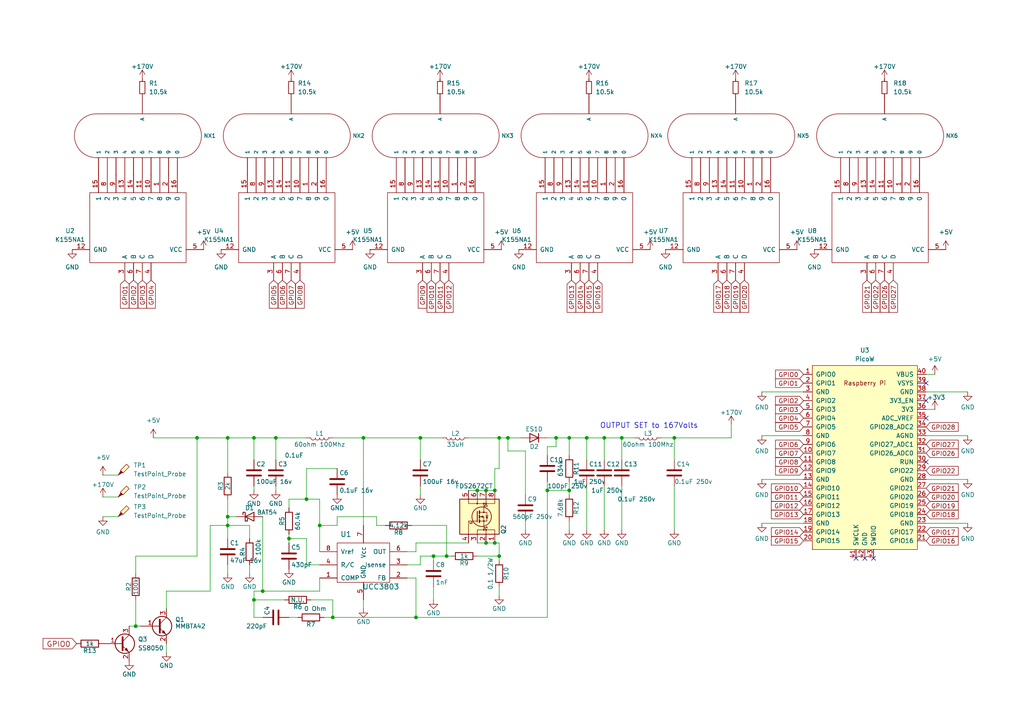
<source format=kicad_sch>
(kicad_sch (version 20241209) (generator "eeschema") (generator_version "8.99")
  (paper "A4")
  (text "OUTPUT SET to 167Volts" (at 173.99 124.46 0) (effects (font (size 1.524 1.524)) (justify left bottom)))
  (junction (at 83.82 156.21))
  (junction (at 143.51 142.24))
  (junction (at 120.65 179.07))
  (junction (at 140.97 157.48))
  (junction (at 88.9 144.78))
  (junction (at 121.92 127))
  (junction (at 147.32 127))
  (junction (at 165.1 142.24))
  (junction (at 143.51 157.48))
  (junction (at 161.29 127))
  (junction (at 125.73 161.29))
  (junction (at 129.54 161.29))
  (junction (at 57.15 127))
  (junction (at 140.97 142.24))
  (junction (at 144.78 127))
  (junction (at 105.41 127))
  (junction (at 144.78 161.29))
  (junction (at 96.52 179.07))
  (junction (at 195.58 127))
  (junction (at 66.04 149.86))
  (junction (at 175.26 127))
  (junction (at 66.04 127))
  (junction (at 73.66 173.99))
  (junction (at 170.18 127))
  (junction (at 66.04 152.4))
  (junction (at 165.1 127))
  (junction (at 80.01 127))
  (junction (at 73.66 127))
  (junction (at 138.43 142.24))
  (junction (at 158.75 142.24))
  (junction (at 180.34 127))
  (junction (at 92.71 152.4))
  (junction (at 76.2 171.45))
  (junction (at 39.37 181.61))
  (no_connect (at 268.605 121.285))
  (no_connect (at 253.365 161.925))
  (no_connect (at 248.285 161.925))
  (no_connect (at 268.605 111.125))
  (no_connect (at 250.825 161.925))
  (no_connect (at 268.605 133.985))
  (no_connect (at 268.605 116.205))
  (wire (pts (xy 80.01 142.24) (xy 80.01 140.97)))
  (wire (pts (xy 125.73 161.29) (xy 125.73 162.56)))
  (wire (pts (xy 138.43 157.48) (xy 140.97 157.48)))
  (wire (pts (xy 165.1 142.24) (xy 165.1 143.51)))
  (wire (pts (xy 158.75 142.24) (xy 158.75 179.07)))
  (wire (pts (xy 191.77 127) (xy 195.58 127)))
  (wire (pts (xy 158.75 179.07) (xy 120.65 179.07)))
  (wire (pts (xy 220.98 151.765) (xy 233.045 151.765)))
  (wire (pts (xy 66.04 144.78) (xy 66.04 149.86)))
  (wire (pts (xy 195.58 127) (xy 195.58 133.35)))
  (wire (pts (xy 152.4 130.81) (xy 152.4 143.51)))
  (wire (pts (xy 135.89 127) (xy 144.78 127)))
  (wire (pts (xy 88.9 135.89) (xy 88.9 144.78)))
  (wire (pts (xy 158.75 129.54) (xy 161.29 129.54)))
  (wire (pts (xy 72.39 166.37) (xy 72.39 163.83)))
  (wire (pts (xy 170.18 133.35) (xy 170.18 127)))
  (wire (pts (xy 143.51 135.89) (xy 144.78 135.89)))
  (wire (pts (xy 147.32 130.81) (xy 152.4 130.81)))
  (wire (pts (xy 80.01 127) (xy 88.9 127)))
  (wire (pts (xy 158.75 139.7) (xy 158.75 142.24)))
  (wire (pts (xy 129.54 161.29) (xy 130.81 161.29)))
  (wire (pts (xy 144.78 157.48) (xy 144.78 161.29)))
  (wire (pts (xy 57.15 127) (xy 66.04 127)))
  (wire (pts (xy 88.9 144.78) (xy 92.71 144.78)))
  (wire (pts (xy 29.845 137.795) (xy 34.29 137.795)))
  (wire (pts (xy 96.52 179.07) (xy 93.98 179.07)))
  (wire (pts (xy 97.79 135.89) (xy 88.9 135.89)))
  (wire (pts (xy 220.98 126.365) (xy 233.045 126.365)))
  (wire (pts (xy 82.55 173.99) (xy 73.66 173.99)))
  (wire (pts (xy 140.97 142.24) (xy 143.51 142.24)))
  (wire (pts (xy 120.65 160.02) (xy 118.11 160.02)))
  (wire (pts (xy 280.67 139.065) (xy 268.605 139.065)))
  (wire (pts (xy 97.79 149.86) (xy 97.79 152.4)))
  (wire (pts (xy 96.52 127) (xy 105.41 127)))
  (wire (pts (xy 271.145 118.745) (xy 268.605 118.745)))
  (wire (pts (xy 121.92 127) (xy 128.27 127)))
  (wire (pts (xy 129.54 152.4) (xy 129.54 161.29)))
  (wire (pts (xy 121.92 133.35) (xy 121.92 127)))
  (wire (pts (xy 143.51 142.24) (xy 143.51 135.89)))
  (wire (pts (xy 147.32 130.81) (xy 147.32 127)))
  (wire (pts (xy 161.29 129.54) (xy 161.29 127)))
  (wire (pts (xy 144.78 161.29) (xy 138.43 161.29)))
  (wire (pts (xy 60.96 152.4) (xy 66.04 152.4)))
  (wire (pts (xy 109.22 152.4) (xy 111.76 152.4)))
  (wire (pts (xy 66.04 137.16) (xy 66.04 127)))
  (wire (pts (xy 165.1 127) (xy 170.18 127)))
  (wire (pts (xy 88.9 163.83) (xy 88.9 156.21)))
  (wire (pts (xy 138.43 142.24) (xy 140.97 142.24)))
  (wire (pts (xy 121.92 140.97) (xy 121.92 143.51)))
  (wire (pts (xy 165.1 151.13) (xy 165.1 153.67)))
  (wire (pts (xy 175.26 140.97) (xy 175.26 153.67)))
  (wire (pts (xy 105.41 127) (xy 105.41 152.4)))
  (wire (pts (xy 220.98 139.065) (xy 233.045 139.065)))
  (wire (pts (xy 83.82 156.21) (xy 83.82 157.48)))
  (wire (pts (xy 158.75 142.24) (xy 165.1 142.24)))
  (wire (pts (xy 83.82 154.94) (xy 83.82 156.21)))
  (wire (pts (xy 97.79 152.4) (xy 92.71 152.4)))
  (wire (pts (xy 271.145 108.585) (xy 268.605 108.585)))
  (wire (pts (xy 83.82 144.78) (xy 88.9 144.78)))
  (wire (pts (xy 144.78 135.89) (xy 144.78 127)))
  (wire (pts (xy 212.09 123.19) (xy 212.09 127)))
  (wire (pts (xy 92.71 144.78) (xy 92.71 152.4)))
  (wire (pts (xy 180.34 140.97) (xy 180.34 153.67)))
  (wire (pts (xy 125.73 173.99) (xy 125.73 170.18)))
  (wire (pts (xy 280.67 113.665) (xy 268.605 113.665)))
  (wire (pts (xy 220.98 113.665) (xy 233.045 113.665)))
  (wire (pts (xy 60.96 171.45) (xy 48.26 171.45)))
  (wire (pts (xy 39.37 161.29) (xy 57.15 161.29)))
  (wire (pts (xy 109.22 149.86) (xy 97.79 149.86)))
  (wire (pts (xy 39.37 181.61) (xy 40.64 181.61)))
  (wire (pts (xy 125.73 161.29) (xy 129.54 161.29)))
  (wire (pts (xy 60.96 152.4) (xy 60.96 171.45)))
  (wire (pts (xy 83.82 144.78) (xy 83.82 147.32)))
  (wire (pts (xy 120.65 167.64) (xy 118.11 167.64)))
  (wire (pts (xy 144.78 127) (xy 147.32 127)))
  (wire (pts (xy 152.4 153.67) (xy 152.4 151.13)))
  (wire (pts (xy 105.41 176.53) (xy 105.41 173.99)))
  (wire (pts (xy 92.71 163.83) (xy 88.9 163.83)))
  (wire (pts (xy 66.04 127) (xy 73.66 127)))
  (wire (pts (xy 180.34 127) (xy 184.15 127)))
  (wire (pts (xy 158.75 132.08) (xy 158.75 129.54)))
  (wire (pts (xy 76.2 171.45) (xy 92.71 171.45)))
  (wire (pts (xy 76.2 149.86) (xy 76.2 171.45)))
  (wire (pts (xy 73.66 179.07) (xy 76.2 179.07)))
  (wire (pts (xy 80.01 133.35) (xy 80.01 127)))
  (wire (pts (xy 88.9 156.21) (xy 83.82 156.21)))
  (wire (pts (xy 140.97 157.48) (xy 143.51 157.48)))
  (wire (pts (xy 44.45 127) (xy 57.15 127)))
  (wire (pts (xy 73.66 171.45) (xy 73.66 173.99)))
  (wire (pts (xy 48.26 171.45) (xy 48.26 176.53)))
  (wire (pts (xy 158.75 127) (xy 161.29 127)))
  (wire (pts (xy 165.1 127) (xy 165.1 132.08)))
  (wire (pts (xy 161.29 127) (xy 165.1 127)))
  (wire (pts (xy 195.58 140.97) (xy 195.58 153.67)))
  (wire (pts (xy 73.66 142.24) (xy 73.66 140.97)))
  (wire (pts (xy 165.1 139.7) (xy 165.1 142.24)))
  (wire (pts (xy 73.66 127) (xy 80.01 127)))
  (wire (pts (xy 147.32 127) (xy 151.13 127)))
  (wire (pts (xy 280.67 151.765) (xy 268.605 151.765)))
  (wire (pts (xy 280.67 126.365) (xy 268.605 126.365)))
  (wire (pts (xy 39.37 166.37) (xy 39.37 161.29)))
  (wire (pts (xy 105.41 127) (xy 121.92 127)))
  (wire (pts (xy 57.15 161.29) (xy 57.15 127)))
  (wire (pts (xy 118.11 163.83) (xy 121.92 163.83)))
  (wire (pts (xy 144.78 172.72) (xy 144.78 170.18)))
  (wire (pts (xy 170.18 127) (xy 175.26 127)))
  (wire (pts (xy 119.38 152.4) (xy 129.54 152.4)))
  (wire (pts (xy 175.26 127) (xy 180.34 127)))
  (wire (pts (xy 73.66 133.35) (xy 73.66 127)))
  (wire (pts (xy 37.465 181.61) (xy 39.37 181.61)))
  (wire (pts (xy 73.66 171.45) (xy 76.2 171.45)))
  (wire (pts (xy 48.26 189.23) (xy 48.26 186.69)))
  (wire (pts (xy 135.89 142.24) (xy 138.43 142.24)))
  (wire (pts (xy 39.37 173.99) (xy 39.37 181.61)))
  (wire (pts (xy 90.17 173.99) (xy 96.52 173.99)))
  (wire (pts (xy 175.26 127) (xy 175.26 133.35)))
  (wire (pts (xy 109.22 152.4) (xy 109.22 149.86)))
  (wire (pts (xy 66.04 152.4) (xy 72.39 152.4)))
  (wire (pts (xy 96.52 173.99) (xy 96.52 179.07)))
  (wire (pts (xy 120.65 160.02) (xy 120.65 157.48)))
  (wire (pts (xy 121.92 163.83) (xy 121.92 161.29)))
  (wire (pts (xy 29.845 144.145) (xy 34.29 144.145)))
  (wire (pts (xy 83.82 179.07) (xy 86.36 179.07)))
  (wire (pts (xy 66.04 149.86) (xy 66.04 152.4)))
  (wire (pts (xy 120.65 179.07) (xy 96.52 179.07)))
  (wire (pts (xy 121.92 161.29) (xy 125.73 161.29)))
  (wire (pts (xy 180.34 127) (xy 180.34 133.35)))
  (wire (pts (xy 144.78 161.29) (xy 144.78 162.56)))
  (wire (pts (xy 73.66 173.99) (xy 73.66 179.07)))
  (wire (pts (xy 72.39 152.4) (xy 72.39 156.21)))
  (wire (pts (xy 92.71 152.4) (xy 92.71 160.02)))
  (wire (pts (xy 170.18 140.97) (xy 170.18 153.67)))
  (wire (pts (xy 66.04 149.86) (xy 68.58 149.86)))
  (wire (pts (xy 143.51 157.48) (xy 144.78 157.48)))
  (wire (pts (xy 120.65 157.48) (xy 135.89 157.48)))
  (wire (pts (xy 120.65 167.64) (xy 120.65 179.07)))
  (wire (pts (xy 66.04 152.4) (xy 66.04 156.21)))
  (wire (pts (xy 92.71 171.45) (xy 92.71 167.64)))
  (wire (pts (xy 29.845 149.86) (xy 34.29 149.86)))
  (wire (pts (xy 66.04 166.37) (xy 66.04 163.83)))
  (wire (pts (xy 195.58 127) (xy 212.09 127)))
  (global_label "GPIO18" (shape input) (at 268.605 149.225 0) (property "Intersheetrefs" "${INTERSHEET_REFS}" (effects (hide yes))))
  (global_label "GPIO21" (shape input) (at 268.605 141.605 0) (property "Intersheetrefs" "${INTERSHEET_REFS}" (effects (hide yes))))
  (global_label "GPIO15" (shape input) (at 170.815 81.28 270) (property "Intersheetrefs" "${INTERSHEET_REFS}" (effects (hide yes))))
  (global_label "GPIO20" (shape input) (at 215.9 81.28 270) (property "Intersheetrefs" "${INTERSHEET_REFS}" (effects (hide yes))))
  (global_label "GPIO6" (shape input) (at 81.915 81.28 270) (property "Intersheetrefs" "${INTERSHEET_REFS}" (effects (hide yes))))
  (global_label "GPIO27" (shape input) (at 259.08 81.28 270) (property "Intersheetrefs" "${INTERSHEET_REFS}" (effects (hide yes))))
  (global_label "GPIO6" (shape input) (at 233.045 128.905 180) (property "Intersheetrefs" "${INTERSHEET_REFS}" (effects (hide yes))))
  (global_label "GPIO10" (shape input) (at 233.045 141.605 180) (property "Intersheetrefs" "${INTERSHEET_REFS}" (effects (hide yes))))
  (global_label "GPIO1" (shape input) (at 233.045 111.125 180) (property "Intersheetrefs" "${INTERSHEET_REFS}" (effects (hide yes))))
  (global_label "GPIO5" (shape input) (at 79.375 81.28 270) (property "Intersheetrefs" "${INTERSHEET_REFS}" (effects (hide yes))))
  (global_label "GPIO26" (shape input) (at 256.54 81.28 270) (property "Intersheetrefs" "${INTERSHEET_REFS}" (effects (hide yes))))
  (global_label "GPIO19" (shape input) (at 213.36 81.28 270) (property "Intersheetrefs" "${INTERSHEET_REFS}" (effects (hide yes))))
  (global_label "GPIO17" (shape input) (at 268.605 154.305 0) (property "Intersheetrefs" "${INTERSHEET_REFS}" (effects (hide yes))))
  (global_label "GPIO27" (shape input) (at 268.605 128.905 0) (property "Intersheetrefs" "${INTERSHEET_REFS}" (effects (hide yes))))
  (global_label "GPIO19" (shape input) (at 268.605 146.685 0) (property "Intersheetrefs" "${INTERSHEET_REFS}" (effects (hide yes))))
  (global_label "GPIO20" (shape input) (at 268.605 144.145 0) (property "Intersheetrefs" "${INTERSHEET_REFS}" (effects (hide yes))))
  (global_label "GPIO4" (shape input) (at 233.045 121.285 180) (property "Intersheetrefs" "${INTERSHEET_REFS}" (effects (hide yes))))
  (global_label "GPIO12" (shape input) (at 233.045 146.685 180) (property "Intersheetrefs" "${INTERSHEET_REFS}" (effects (hide yes))))
  (global_label "GPIO13" (shape input) (at 233.045 149.225 180) (property "Intersheetrefs" "${INTERSHEET_REFS}" (effects (hide yes))))
  (global_label "GPIO3" (shape input) (at 41.275 81.28 270) (property "Intersheetrefs" "${INTERSHEET_REFS}" (effects (hide yes))))
  (global_label "GPIO15" (shape input) (at 233.045 156.845 180) (property "Intersheetrefs" "${INTERSHEET_REFS}" (effects (hide yes))))
  (global_label "GPIO16" (shape input) (at 173.355 81.28 270) (property "Intersheetrefs" "${INTERSHEET_REFS}" (effects (hide yes))))
  (global_label "GPIO22" (shape input) (at 254 81.28 270) (property "Intersheetrefs" "${INTERSHEET_REFS}" (effects (hide yes))))
  (global_label "GPIO18" (shape input) (at 210.82 81.28 270) (property "Intersheetrefs" "${INTERSHEET_REFS}" (effects (hide yes))))
  (global_label "GPIO9" (shape input) (at 122.555 81.28 270) (property "Intersheetrefs" "${INTERSHEET_REFS}" (effects (hide yes))))
  (global_label "GPIO16" (shape input) (at 268.605 156.845 0) (property "Intersheetrefs" "${INTERSHEET_REFS}" (effects (hide yes))))
  (global_label "GPIO11" (shape input) (at 127.635 81.28 270) (property "Intersheetrefs" "${INTERSHEET_REFS}" (effects (hide yes))))
  (global_label "GPIO26" (shape input) (at 268.605 131.445 0) (property "Intersheetrefs" "${INTERSHEET_REFS}" (effects (hide yes))))
  (global_label "GPIO5" (shape input) (at 233.045 123.825 180) (property "Intersheetrefs" "${INTERSHEET_REFS}" (effects (hide yes))))
  (global_label "GPIO22" (shape input) (at 268.605 136.525 0) (property "Intersheetrefs" "${INTERSHEET_REFS}" (effects (hide yes))))
  (global_label "GPIO9" (shape input) (at 233.045 136.525 180) (property "Intersheetrefs" "${INTERSHEET_REFS}" (effects (hide yes))))
  (global_label "GPIO4" (shape input) (at 43.815 81.28 270) (property "Intersheetrefs" "${INTERSHEET_REFS}" (effects (hide yes))))
  (global_label "GPIO2" (shape input) (at 38.735 81.28 270) (property "Intersheetrefs" "${INTERSHEET_REFS}" (effects (hide yes))))
  (global_label "GPIO3" (shape input) (at 233.045 118.745 180) (property "Intersheetrefs" "${INTERSHEET_REFS}" (effects (hide yes))))
  (global_label "GPIO28" (shape input) (at 268.605 123.825 0) (property "Intersheetrefs" "${INTERSHEET_REFS}" (effects (hide yes))))
  (global_label "GPIO13" (shape input) (at 165.735 81.28 270) (property "Intersheetrefs" "${INTERSHEET_REFS}" (effects (hide yes))))
  (global_label "GPIO8" (shape input) (at 233.045 133.985 180) (property "Intersheetrefs" "${INTERSHEET_REFS}" (effects (hide yes))))
  (global_label "GPIO11" (shape input) (at 233.045 144.145 180) (property "Intersheetrefs" "${INTERSHEET_REFS}" (effects (hide yes))))
  (global_label "GPIO1" (shape input) (at 36.195 81.28 270) (property "Intersheetrefs" "${INTERSHEET_REFS}" (effects (hide yes))))
  (global_label "GPIO2" (shape input) (at 233.045 116.205 180) (property "Intersheetrefs" "${INTERSHEET_REFS}" (effects (hide yes))))
  (global_label "GPIO7" (shape input) (at 233.045 131.445 180) (property "Intersheetrefs" "${INTERSHEET_REFS}" (effects (hide yes))))
  (global_label "GPIO12" (shape input) (at 130.175 81.28 270) (property "Intersheetrefs" "${INTERSHEET_REFS}" (effects (hide yes))))
  (global_label "GPIO21" (shape input) (at 251.46 81.28 270) (property "Intersheetrefs" "${INTERSHEET_REFS}" (effects (hide yes))))
  (global_label "GPIO8" (shape input) (at 86.995 81.28 270) (property "Intersheetrefs" "${INTERSHEET_REFS}" (effects (hide yes))))
  (global_label "GPIO14" (shape input) (at 168.275 81.28 270) (property "Intersheetrefs" "${INTERSHEET_REFS}" (effects (hide yes))))
  (global_label "GPIO17" (shape input) (at 208.28 81.28 270) (property "Intersheetrefs" "${INTERSHEET_REFS}" (effects (hide yes))))
  (global_label "GPIO7" (shape input) (at 84.455 81.28 270) (property "Intersheetrefs" "${INTERSHEET_REFS}" (effects (hide yes))))
  (global_label "GPIO14" (shape input) (at 233.045 154.305 180) (property "Intersheetrefs" "${INTERSHEET_REFS}" (effects (hide yes))))
  (global_label "GPIO0" (shape input) (at 22.225 186.69 180) (effects (font (size 1.524 1.524))) (property "Intersheetrefs" "${INTERSHEET_REFS}" (effects (hide yes))))
  (global_label "GPIO10" (shape input) (at 125.095 81.28 270) (property "Intersheetrefs" "${INTERSHEET_REFS}" (effects (hide yes))))
  (global_label "GPIO0" (shape input) (at 233.045 108.585 180) (property "Intersheetrefs" "${INTERSHEET_REFS}" (effects (hide yes))))
  (symbol (lib_id "k155Id1:K155NA1") (at 126.365 66.04 270) (mirror x) (unit 1)
    (property "Reference" "U5" (at 106.68 66.9446 90))
    (property "Value" "K155NA1" (at 106.68 69.4846 90))
    (property "Footprint" "Package_DIP:DIP-16_W7.62mm_LongPads" (effects (hide yes)))
  )
  (symbol (lib_id "k155Id1:K155NA1") (at 255.27 66.04 270) (mirror x) (unit 1)
    (property "Reference" "U8" (at 235.585 66.9446 90))
    (property "Value" "K155NA1" (at 235.585 69.4846 90))
    (property "Footprint" "Package_DIP:DIP-16_W7.62mm_LongPads" (effects (hide yes)))
  )
  (symbol (lib_id "nixies-us:IN-12A") (at 127.635 38.1 90) (unit 1)
    (property "Reference" "NX3" (at 145.415 39.37 90) (effects (font (size 1.143 1.143)) (justify right)))
    (property "Value" "IN-12A" (effects (hide yes)))
    (property "Footprint" "nixies-us:nixies-us-IN-12" (effects (hide yes)))
  )
  (symbol (lib_id "Device:C") (at 80.01 179.07 90) (unit 1)
    (property "Reference" "C4" (at 77.47 178.435 0) (effects (justify left)))
    (property "Value" "220pF" (at 77.47 181.61 90) (effects (justify left)))
    (property "Footprint" "Capacitor_SMD:C_0402_1005Metric_Pad0.74x0.62mm_HandSolder" (effects (hide yes)))
    (property "Datasheet" "https://www.lcsc.com/product-detail/Multilayer-Ceramic-Capacitors-MLCC-SMD-SMT_FH-Guangdong-Fenghua-Advanced-Tech-0402B221K500NT_C1530.html" (effects (hide yes)))
    (property "MAN" "KEMET" (effects (hide yes)))
    (property "LCSC Part" "C1530" (effects (hide yes)))
  )
  (symbol (lib_id "Transistor_BJT:SS8050") (at 34.925 186.69 0) (unit 1)
    (property "Reference" "Q3" (at 40.005 185.4199 0) (effects (justify left)))
    (property "Value" "SS8050" (at 40.005 187.9599 0) (effects (justify left)))
    (property "Footprint" "Package_TO_SOT_SMD:SOT-23" (effects (hide yes)))
    (property "Datasheet" "http://www.secosgmbh.com/datasheet/products/SSMPTransistor/SOT-23/SS8050.pdf" (effects (hide yes)))
    (property "Description" "General Purpose NPN Transistor, 1.5A Ic, 25V Vce, SOT-23" (effects (hide yes)))
  )
  (symbol (lib_id "power:+5V") (at 271.145 108.585 0) (unit 1)
    (property "Reference" "#PWR032" (effects (hide yes)))
    (property "Value" "+5V" (at 271.145 104.14 0))
    (property "Description" "Power symbol creates a global label with name \"+5V\"" (effects (hide yes)))
  )
  (symbol (lib_id "power:GND") (at 64.135 72.39 0) (unit 1)
    (property "Reference" "#PWR035" (effects (hide yes)))
    (property "Value" "GND" (at 64.135 77.47 0))
    (property "Description" "Power symbol creates a global label with name \"GND\" , ground" (effects (hide yes)))
  )
  (symbol (lib_id "Device:C") (at 158.75 135.89 0) (unit 1)
    (property "Reference" "C10" (at 159.385 133.35 0) (effects (justify left)))
    (property "Value" "100pF 250v" (at 158.75 140.97 0) (effects (justify left)))
    (property "Footprint" "Capacitor_SMD:C_0805_2012Metric_Pad1.18x1.45mm_HandSolder" (effects (hide yes)))
    (property "Datasheet" "https://www.lcsc.com/product-detail/Multilayer-Ceramic-Capacitors-MLCC-SMD-SMT_Chinocera-HHV0805R7101K251NTHJ_C5186766.html" (effects (hide yes)))
    (property "LCSC Part" "C5186766" (effects (hide yes)))
  )
  (symbol (lib_id "Device:R") (at 144.78 166.37 0) (unit 1)
    (property "Reference" "R10" (at 146.812 166.37 90))
    (property "Value" "0.1 1/2W" (at 142.24 166.37 90))
    (property "Footprint" "Capacitor_SMD:C_1210_3225Metric_Pad1.33x2.70mm_HandSolder" (effects (hide yes)))
    (property "Datasheet" "https://www.lcsc.com/product-detail/Chip-Resistor-Surface-Mount_FOJAN-FRL1210FR100TS_C2974119.html" (effects (hide yes)))
    (property "MAN" "Panasonic" (effects (hide yes)))
    (property "LCSC Part" "C2974119" (effects (hide yes)))
  )
  (symbol (lib_id "Device:R") (at 134.62 161.29 270) (unit 1)
    (property "Reference" "R9" (at 134.62 163.322 90))
    (property "Value" "1k" (at 134.62 161.29 90))
    (property "Footprint" "Resistor_SMD:R_0603_1608Metric_Pad0.98x0.95mm_HandSolder" (effects (hide yes)))
    (property "Datasheet" "https://www.lcsc.com/product-detail/Chip-Resistor-Surface-Mount_UNI-ROYAL-Uniroyal-Elec-0603WAF1001T5E_C21190.html" (effects (hide yes)))
    (property "MAN" "Yageo" (effects (hide yes)))
    (property "LCSC Part" "C21190" (effects (hide yes)))
  )
  (symbol (lib_id "NixieSupply5vto170vDCMBoostMini-rescue:GND-power") (at 195.58 153.67 0) (unit 1)
    (property "Reference" "#PWR021" (effects (hide yes)))
    (property "Value" "GND" (at 195.58 157.48 0))
  )
  (symbol (lib_id "Device:C") (at 152.4 147.32 0) (unit 1)
    (property "Reference" "C9" (at 153.035 144.78 0) (effects (justify left)))
    (property "Value" "560pF 250v" (at 148.59 149.86 0) (effects (justify left)))
    (property "Footprint" "Capacitor_SMD:C_0805_2012Metric_Pad1.18x1.45mm_HandSolder" (effects (hide yes)))
    (property "Datasheet" "https://www.lcsc.com/product-detail/Multilayer-Ceramic-Capacitors-MLCC-SMD-SMT_YAGEO-CC0805JRNPOYBN561_C576987.html" (effects (hide yes)))
    (property "LCSC Part" "C576987" (effects (hide yes)))
  )
  (symbol (lib_id "NixieSupply5vto170vDCMBoostMini-rescue:+160V") (at 84.455 22.86 0) (unit 1)
    (property "Reference" "#PWR047" (effects (hide yes)))
    (property "Value" "+170V" (at 84.455 19.304 0))
  )
  (symbol (lib_id "Device:R_Small") (at 170.815 25.4 0) (unit 1)
    (property "Reference" "R16" (at 172.72 24.1299 0) (effects (justify left)))
    (property "Value" "10.5k" (at 172.72 26.6699 0) (effects (justify left)))
    (property "Footprint" "Resistor_SMD:R_0805_2012Metric_Pad1.20x1.40mm_HandSolder" (effects (hide yes)))
    (property "Datasheet" "https://www.lcsc.com/product-detail/Chip-Resistor-Surface-Mount_Vishay-Intertech-CRCW080510K5FKEA_C2093736.html" (effects (hide yes)))
    (property "Description" "Resistor, small symbol" (effects (hide yes)))
    (property "LCSC Part" "C2093736" (effects (hide yes)))
  )
  (symbol (lib_id "Device:R") (at 26.035 186.69 270) (unit 1)
    (property "Reference" "R13" (at 26.035 188.722 90))
    (property "Value" "1k" (at 26.035 186.69 90))
    (property "Footprint" "Resistor_SMD:R_0603_1608Metric_Pad0.98x0.95mm_HandSolder" (effects (hide yes)))
    (property "Datasheet" "https://www.lcsc.com/product-detail/Chip-Resistor-Surface-Mount_UNI-ROYAL-Uniroyal-Elec-0603WAF1001T5E_C21190.html" (effects (hide yes)))
    (property "MAN" "Yageo" (effects (hide yes)))
    (property "LCSC Part" "C21190" (effects (hide yes)))
  )
  (symbol (lib_id "NixieSupply5vto170vDCMBoostMini-rescue:GND-power") (at 144.78 172.72 0) (unit 1)
    (property "Reference" "#PWR015" (effects (hide yes)))
    (property "Value" "GND" (at 144.78 176.53 0))
  )
  (symbol (lib_id "power:+5V") (at 188.595 72.39 0) (unit 1)
    (property "Reference" "#PWR040" (effects (hide yes)))
    (property "Value" "+5V" (at 188.595 67.31 0))
    (property "Description" "Power symbol creates a global label with name \"+5V\"" (effects (hide yes)))
  )
  (symbol (lib_id "Device:D_Schottky") (at 72.39 149.86 0) (unit 1)
    (property "Reference" "D1" (at 72.39 147.32 0))
    (property "Value" "BAT54" (at 77.47 148.59 0))
    (property "Footprint" "Diode_SMD:D_SOD-323_HandSoldering" (effects (hide yes)))
    (property "Datasheet" "https://www.lcsc.com/datasheet/lcsc_datasheet_1806121749_Diodes-Incorporated-BAT54WS-7-F_C124205.pdf" (effects (hide yes)))
    (property "MPN" "BAT54WS-7-F" (effects (hide yes)))
    (property "LCSC Part" "C124205" (effects (hide yes)))
  )
  (symbol (lib_id "NixieSupply5vto170vDCMBoostMini-rescue:+160V") (at 213.36 22.86 0) (unit 1)
    (property "Reference" "#PWR050" (effects (hide yes)))
    (property "Value" "+170V" (at 213.36 19.304 0))
  )
  (symbol (lib_id "Device:D") (at 154.94 127 180) (unit 1)
    (property "Reference" "D2" (at 154.94 129.54 0))
    (property "Value" "ES1D" (at 154.94 124.46 0))
    (property "Footprint" "Diode_SMD:D_SMA_Handsoldering" (effects (hide yes)))
    (property "Datasheet" "https://www.lcsc.com/product-detail/Fast-Recovery-High-Efficiency-Diodes_onsemi-ES1D_C84602.html" (effects (hide yes)))
    (property "MPN" "ES1D" (effects (hide yes)))
    (property "LCSC Part" "C84602" (effects (hide yes)))
  )
  (symbol (lib_id "Connector:TestPoint_Probe") (at 34.29 137.795 0) (unit 1)
    (property "Reference" "TP1" (at 38.735 134.9374 0) (effects (justify left)))
    (property "Value" "TestPoint_Probe" (at 38.735 137.4774 0) (effects (justify left)))
    (property "Footprint" "TestPoint:TestPoint_Pad_2.0x2.0mm" (effects (hide yes)))
    (property "Description" "test point (alternative probe-style design)" (effects (hide yes)))
  )
  (symbol (lib_id "nixies-us:IN-12A") (at 84.455 38.1 90) (unit 1)
    (property "Reference" "NX2" (at 102.235 39.37 90) (effects (font (size 1.143 1.143)) (justify right)))
    (property "Value" "IN-12A" (effects (hide yes)))
    (property "Footprint" "nixies-us:nixies-us-IN-12" (effects (hide yes)))
  )
  (symbol (lib_id "NixieSupply5vto170vDCMBoostMini-rescue:GND-power") (at 170.18 153.67 0) (unit 1)
    (property "Reference" "#PWR018" (effects (hide yes)))
    (property "Value" "GND" (at 170.18 157.48 0))
  )
  (symbol (lib_id "power:+5V") (at 231.14 72.39 0) (unit 1)
    (property "Reference" "#PWR042" (effects (hide yes)))
    (property "Value" "+5V" (at 231.14 67.31 0))
    (property "Description" "Power symbol creates a global label with name \"+5V\"" (effects (hide yes)))
  )
  (symbol (lib_id "NixieSupply5vto170vDCMBoostMini-rescue:GND-power") (at 72.39 166.37 0) (unit 1)
    (property "Reference" "#PWR05" (effects (hide yes)))
    (property "Value" "GND" (at 72.39 170.18 0))
  )
  (symbol (lib_id "power:GND") (at 193.04 72.39 0) (unit 1)
    (property "Reference" "#PWR041" (effects (hide yes)))
    (property "Value" "GND" (at 193.04 77.47 0))
    (property "Description" "Power symbol creates a global label with name \"GND\" , ground" (effects (hide yes)))
  )
  (symbol (lib_id "NixieSupply5vto170vDCMBoostMini-rescue:GND-power") (at 175.26 153.67 0) (unit 1)
    (property "Reference" "#PWR019" (effects (hide yes)))
    (property "Value" "GND" (at 175.26 157.48 0))
  )
  (symbol (lib_id "Device:R") (at 165.1 135.89 0) (unit 1)
    (property "Reference" "R11" (at 167.132 135.89 90))
    (property "Value" "634k" (at 162.56 135.89 90))
    (property "Footprint" "Resistor_SMD:R_1206_3216Metric_Pad1.30x1.75mm_HandSolder" (effects (hide yes)))
    (property "Datasheet" "https://www.lcsc.com/product-detail/Chip-Resistor-Surface-Mount_LIZ-Elec-CR1206F46343G_C3037408.html" (effects (hide yes)))
    (property "MAN" "Yageo" (effects (hide yes)))
    (property "LCSC Part" "C3037408" (effects (hide yes)))
  )
  (symbol (lib_id "Device:R_Small") (at 41.275 25.4 0) (unit 1)
    (property "Reference" "R1" (at 43.18 24.1299 0) (effects (justify left)))
    (property "Value" "10.5k" (at 43.18 26.6699 0) (effects (justify left)))
    (property "Footprint" "Resistor_SMD:R_0805_2012Metric_Pad1.20x1.40mm_HandSolder" (effects (hide yes)))
    (property "Datasheet" "https://www.lcsc.com/product-detail/Chip-Resistor-Surface-Mount_Vishay-Intertech-CRCW080510K5FKEA_C2093736.html" (effects (hide yes)))
    (property "Description" "Resistor, small symbol" (effects (hide yes)))
    (property "LCSC Part" "C2093736" (effects (hide yes)))
  )
  (symbol (lib_id "NixieSupply5vto170vDCMBoostMini-rescue:GND-power") (at 105.41 176.53 0) (unit 1)
    (property "Reference" "#PWR010" (effects (hide yes)))
    (property "Value" "GND" (at 105.41 180.34 0))
  )
  (symbol (lib_id "Connector:TestPoint_Probe") (at 34.29 149.86 0) (unit 1)
    (property "Reference" "TP3" (at 38.735 147.0024 0) (effects (justify left)))
    (property "Value" "TestPoint_Probe" (at 38.735 149.5424 0) (effects (justify left)))
    (property "Footprint" "TestPoint:TestPoint_Pad_2.0x2.0mm" (effects (hide yes)))
    (property "Description" "test point (alternative probe-style design)" (effects (hide yes)))
  )
  (symbol (lib_id "NixieSupply5vto170vDCMBoostMini-rescue:GND-power") (at 165.1 153.67 0) (unit 1)
    (property "Reference" "#PWR017" (effects (hide yes)))
    (property "Value" "GND" (at 165.1 157.48 0))
  )
  (symbol (lib_id "Device:R") (at 90.17 179.07 270) (unit 1)
    (property "Reference" "R7" (at 90.17 181.102 90))
    (property "Value" "0 Ohm" (at 91.44 176.53 90))
    (property "Footprint" "Resistor_SMD:R_0603_1608Metric_Pad0.98x0.95mm_HandSolder" (effects (hide yes)))
    (property "Datasheet" "https://www.lcsc.com/product-detail/Chip-Resistor-Surface-Mount_UNI-ROYAL-Uniroyal-Elec-0603WAF0000T5E_C21189.html" (effects (hide yes)))
    (property "MAN" "Yageo" (effects (hide yes)))
    (property "LCSC Part" "C21189" (effects (hide yes)))
  )
  (symbol (lib_id "Device:R_Small") (at 127.635 25.4 0) (unit 1)
    (property "Reference" "R15" (at 129.54 24.1299 0) (effects (justify left)))
    (property "Value" "10.5k" (at 129.54 26.6699 0) (effects (justify left)))
    (property "Footprint" "Resistor_SMD:R_0805_2012Metric_Pad1.20x1.40mm_HandSolder" (effects (hide yes)))
    (property "Datasheet" "https://www.lcsc.com/product-detail/Chip-Resistor-Surface-Mount_Vishay-Intertech-CRCW080510K5FKEA_C2093736.html" (effects (hide yes)))
    (property "Description" "Resistor, small symbol" (effects (hide yes)))
    (property "LCSC Part" "C2093736" (effects (hide yes)))
  )
  (symbol (lib_id "Device:C") (at 80.01 137.16 0) (unit 1)
    (property "Reference" "C3" (at 80.645 134.62 0) (effects (justify left)))
    (property "Value" "0.1uF" (at 82.55 132.08 0) (effects (justify left)))
    (property "Footprint" "Capacitor_SMD:C_0603_1608Metric_Pad1.08x0.95mm_HandSolder" (effects (hide yes)))
    (property "Datasheet" "https://www.lcsc.com/product-detail/Multilayer-Ceramic-Capacitors-MLCC-SMD-SMT_YAGEO-CC0603KRX7R9BB104_C14663.html" (effects (hide yes)))
    (property "MAN" "KEMET" (effects (hide yes)))
    (property "LCSC Part" "C14663" (effects (hide yes)))
  )
  (symbol (lib_id "Device:C") (at 121.92 137.16 0) (unit 1)
    (property "Reference" "C7" (at 122.555 134.62 0) (effects (justify left)))
    (property "Value" "100uF 16v" (at 122.555 139.7 0) (effects (justify left)))
    (property "Footprint" "Capacitor_SMD:C_1210_3225Metric_Pad1.33x2.70mm_HandSolder" (effects (hide yes)))
    (property "Datasheet" "https://www.lcsc.com/product-detail/Multilayer-Ceramic-Capacitors-MLCC-SMD-SMT_Chinocera-HGC1210R5107M160NSVK_C7432790.html" (effects (hide yes)))
    (property "LCSC Part" "C7432790 " (effects (hide yes)))
  )
  (symbol (lib_id "k155Id1:K155NA1") (at 212.09 66.04 270) (mirror x) (unit 1)
    (property "Reference" "U7" (at 192.405 66.9446 90))
    (property "Value" "K155NA1" (at 192.405 69.4846 90))
    (property "Footprint" "Package_DIP:DIP-16_W7.62mm_LongPads" (effects (hide yes)))
  )
  (symbol (lib_id "NixieSupply5vto170vDCMBoostMini-rescue:GND-power") (at 97.79 143.51 0) (unit 1)
    (property "Reference" "#PWR09" (effects (hide yes)))
    (property "Value" "GND" (at 97.79 147.32 0))
  )
  (symbol (lib_id "NixieSupply5vto170vDCMBoostMini-rescue:GND-power") (at 48.26 189.23 0) (unit 1)
    (property "Reference" "#PWR03" (effects (hide yes)))
    (property "Value" "GND" (at 48.26 193.04 0))
  )
  (symbol (lib_id "power:GND") (at 29.845 149.86 0) (unit 1)
    (property "Reference" "#PWR023" (effects (hide yes)))
    (property "Value" "GND" (at 29.845 154.305 0))
    (property "Description" "Power symbol creates a global label with name \"GND\" , ground" (effects (hide yes)))
  )
  (symbol (lib_id "Device:C") (at 73.66 137.16 0) (unit 1)
    (property "Reference" "C2" (at 74.295 134.62 0) (effects (justify left)))
    (property "Value" "100uF 16v" (at 74.295 139.7 0) (effects (justify left)))
    (property "Footprint" "Capacitor_SMD:C_1210_3225Metric_Pad1.33x2.70mm_HandSolder" (effects (hide yes)))
    (property "Datasheet" "https://www.lcsc.com/product-detail/Multilayer-Ceramic-Capacitors-MLCC-SMD-SMT_Chinocera-HGC1210R5107M160NSVK_C7432790.html" (effects (hide yes)))
    (property "LCSC Part" "C7432790 " (effects (hide yes)))
  )
  (symbol (lib_id "power:GND") (at 20.955 72.39 0) (unit 1)
    (property "Reference" "#PWR02" (effects (hide yes)))
    (property "Value" "GND" (at 20.955 77.47 0))
    (property "Description" "Power symbol creates a global label with name \"GND\" , ground" (effects (hide yes)))
  )
  (symbol (lib_id "k155Id1:K155NA1") (at 83.185 66.04 270) (mirror x) (unit 1)
    (property "Reference" "U4" (at 63.5 66.9446 90))
    (property "Value" "K155NA1" (at 63.5 69.4846 90))
    (property "Footprint" "Package_DIP:DIP-16_W7.62mm_LongPads" (effects (hide yes)))
  )
  (symbol (lib_id "NixieSupply5vto170vDCMBoostMini-rescue:GND-power") (at 180.34 153.67 0) (unit 1)
    (property "Reference" "#PWR020" (effects (hide yes)))
    (property "Value" "GND" (at 180.34 157.48 0))
  )
  (symbol (lib_id "NixieSupply5vto170vDCMBoostMini-rescue:+160V") (at 170.815 22.86 0) (unit 1)
    (property "Reference" "#PWR049" (effects (hide yes)))
    (property "Value" "+170V" (at 170.815 19.304 0))
  )
  (symbol (lib_id "Device:R_Small") (at 213.36 25.4 0) (unit 1)
    (property "Reference" "R17" (at 215.9 24.1299 0) (effects (justify left)))
    (property "Value" "10.5k" (at 215.9 26.6699 0) (effects (justify left)))
    (property "Footprint" "Resistor_SMD:R_0805_2012Metric_Pad1.20x1.40mm_HandSolder" (effects (hide yes)))
    (property "Datasheet" "https://www.lcsc.com/product-detail/Chip-Resistor-Surface-Mount_Vishay-Intertech-CRCW080510K5FKEA_C2093736.html" (effects (hide yes)))
    (property "Description" "Resistor, small symbol" (effects (hide yes)))
    (property "LCSC Part" "C2093736" (effects (hide yes)))
  )
  (symbol (lib_id "power:GND") (at 107.315 72.39 0) (unit 1)
    (property "Reference" "#PWR037" (effects (hide yes)))
    (property "Value" "GND" (at 107.315 77.47 0))
    (property "Description" "Power symbol creates a global label with name \"GND\" , ground" (effects (hide yes)))
  )
  (symbol (lib_id "power:GND") (at 220.98 151.765 0) (unit 1)
    (property "Reference" "#PWR027" (effects (hide yes)))
    (property "Value" "GND" (at 220.98 156.21 0))
    (property "Description" "Power symbol creates a global label with name \"GND\" , ground" (effects (hide yes)))
  )
  (symbol (lib_id "power:GND") (at 220.98 126.365 0) (unit 1)
    (property "Reference" "#PWR025" (effects (hide yes)))
    (property "Value" "GND" (at 220.98 130.81 0))
    (property "Description" "Power symbol creates a global label with name \"GND\" , ground" (effects (hide yes)))
  )
  (symbol (lib_id "nixies-us:IN-12A") (at 170.815 38.1 90) (unit 1)
    (property "Reference" "NX4" (at 188.595 39.37 90) (effects (font (size 1.143 1.143)) (justify right)))
    (property "Value" "IN-12A" (effects (hide yes)))
    (property "Footprint" "nixies-us:nixies-us-IN-12" (effects (hide yes)))
  )
  (symbol (lib_id "Device:R") (at 66.04 140.97 180) (unit 1)
    (property "Reference" "R3" (at 64.008 140.97 90))
    (property "Value" "2k" (at 66.04 140.97 90))
    (property "Footprint" "Resistor_SMD:R_0603_1608Metric_Pad0.98x0.95mm_HandSolder" (effects (hide yes)))
    (property "Datasheet" "https://www.lcsc.com/product-detail/Chip-Resistor-Surface-Mount_UNI-ROYAL-Uniroyal-Elec-0603WAF2001T5E_C22975.html" (effects (hide yes)))
    (property "MAN" "Yageo" (effects (hide yes)))
    (property "LCSC Part" "C22975" (effects (hide yes)))
  )
  (symbol (lib_id "k155Id1:K155NA1") (at 169.545 66.04 270) (mirror x) (unit 1)
    (property "Reference" "U6" (at 149.86 66.9446 90))
    (property "Value" "K155NA1" (at 149.86 69.4846 90))
    (property "Footprint" "Package_DIP:DIP-16_W7.62mm_LongPads" (effects (hide yes)))
  )
  (symbol (lib_id "NixieSupply5vto170vDCMBoostMini-rescue:+160V") (at 41.275 22.86 0) (unit 1)
    (property "Reference" "#PWR046" (effects (hide yes)))
    (property "Value" "+170V" (at 41.275 19.304 0))
  )
  (symbol (lib_id "Device:C") (at 175.26 137.16 0) (unit 1)
    (property "Reference" "C12" (at 175.895 134.62 0) (effects (justify left)))
    (property "Value" "1uF 250v" (at 171.45 142.24 0) (effects (justify left)))
    (property "Footprint" "Capacitor_SMD:C_1812_4532Metric_Pad1.57x3.40mm_HandSolder" (effects (hide yes)))
    (property "Datasheet" "https://www.lcsc.com/product-detail/Multilayer-Ceramic-Capacitors-MLCC-SMD-SMT_PSA-Prosperity-Dielectrics-FS43X105K251EGG_C381468.html" (effects (hide yes)))
    (property "LCSC Part" "C381468" (effects (hide yes)))
  )
  (symbol (lib_id "NixieSupply5vto170vDCMBoostMini-rescue:L") (at 92.71 127 270) (unit 1)
    (property "Reference" "L1" (at 92.71 125.73 90))
    (property "Value" "60ohm 100Mhz" (at 92.71 128.905 90))
    (property "Footprint" "Inductor_SMD:L_0805_2012Metric_Pad1.05x1.20mm_HandSolder" (effects (hide yes)))
    (property "Datasheet" "https://www.digikey.com/en/products/detail/bourns-inc/MH2029-600Y/3767822" (effects (hide yes)))
    (property "MPN" "MH2029-600Y" (effects (hide yes)))
  )
  (symbol (lib_id "NixieSupply5vto170vDCMBoostMini-rescue:+160V") (at 256.54 22.86 0) (unit 1)
    (property "Reference" "#PWR051" (effects (hide yes)))
    (property "Value" "+170V" (at 256.54 19.304 0))
  )
  (symbol (lib_id "Device:C") (at 180.34 137.16 0) (unit 1)
    (property "Reference" "C13" (at 180.975 134.62 0) (effects (justify left)))
    (property "Value" "0.1uF 250v" (at 179.07 144.78 0) (effects (justify left)))
    (property "Footprint" "Capacitor_SMD:C_0805_2012Metric_Pad1.18x1.45mm_HandSolder" (effects (hide yes)))
    (property "Datasheet" "https://www.lcsc.com/product-detail/Multilayer-Ceramic-Capacitors-MLCC-SMD-SMT_YAGEO-CC0805KKX7RYBB104_C5182461.html" (effects (hide yes)))
    (property "MAN" "TDK" (effects (hide yes)))
    (property "LCSC Part" "C5182461" (effects (hide yes)))
  )
  (symbol (lib_id "NixieSupply5vto170vDCMBoostMini-rescue:AAC243") (at 97.79 160.02 0) (unit 1)
    (property "Reference" "U1" (at 100.33 154.94 0) (effects (font (size 1.524 1.524))))
    (property "Value" "UCC3803" (at 110.49 170.18 0) (effects (font (size 1.524 1.524))))
    (property "Footprint" "Package_SO:SOIC-8_3.9x4.9mm_P1.27mm" (effects (hide yes)))
    (property "Datasheet" "https://www.lcsc.com/product-detail/AC-DC-Controllers-and-Regulators_Texas-Instruments-UCC3803DTR_C2657971.html" (effects (hide yes)))
    (property "MAN" "TI" (effects (hide yes)))
    (property "LCSC Part" "C2657971" (effects (hide yes)))
  )
  (symbol (lib_id "NixieSupply5vto170vDCMBoostMini-rescue:L") (at 187.96 127 270) (unit 1)
    (property "Reference" "L3" (at 187.96 125.73 90))
    (property "Value" "60ohm 100Mhz" (at 187.96 128.905 90))
    (property "Footprint" "Inductor_SMD:L_0805_2012Metric_Pad1.05x1.20mm_HandSolder" (effects (hide yes)))
    (property "Datasheet" "https://www.digikey.com/en/products/detail/bourns-inc/MH2029-600Y/3767822" (effects (hide yes)))
    (property "MPN" "MH2029-600Y" (effects (hide yes)))
  )
  (symbol (lib_id "nixies-us:IN-12A") (at 256.54 38.1 90) (unit 1)
    (property "Reference" "NX6" (at 274.32 39.37 90) (effects (font (size 1.143 1.143)) (justify right)))
    (property "Value" "IN-12A" (effects (hide yes)))
    (property "Footprint" "nixies-us:nixies-us-IN-12" (effects (hide yes)))
  )
  (symbol (lib_id "nixies-us:IN-12A") (at 213.36 38.1 90) (unit 1)
    (property "Reference" "NX5" (at 231.14 39.37 90) (effects (font (size 1.143 1.143)) (justify right)))
    (property "Value" "IN-12A" (effects (hide yes)))
    (property "Footprint" "nixies-us:nixies-us-IN-12" (effects (hide yes)))
  )
  (symbol (lib_id "Device:R") (at 115.57 152.4 270) (unit 1)
    (property "Reference" "R8" (at 115.57 154.432 90))
    (property "Value" "4.12k" (at 115.57 152.4 90))
    (property "Footprint" "Resistor_SMD:R_0603_1608Metric_Pad0.98x0.95mm_HandSolder" (effects (hide yes)))
    (property "Datasheet" "https://www.lcsc.com/product-detail/Chip-Resistor-Surface-Mount_FOJAN-FRC0603F4121TS_C2960702.html" (effects (hide yes)))
    (property "MAN" "Yageo" (effects (hide yes)))
    (property "LCSC Part" "C2960702" (effects (hide yes)))
  )
  (symbol (lib_id "Device:R") (at 86.36 173.99 270) (unit 1)
    (property "Reference" "R6" (at 86.36 176.022 90))
    (property "Value" "N.U." (at 86.36 173.99 90))
  )
  (symbol (lib_id "power:+5V") (at 44.45 127 0) (unit 1)
    (property "Reference" "#PWR01" (effects (hide yes)))
    (property "Value" "+5V" (at 44.45 121.92 0))
    (property "Description" "Power symbol creates a global label with name \"+5V\"" (effects (hide yes)))
  )
  (symbol (lib_id "Transistor_BJT:MMBT3904") (at 45.72 181.61 0) (unit 1)
    (property "Reference" "Q1" (at 50.8 179.705 0) (effects (justify left)))
    (property "Value" "MMBTA42" (at 50.8 181.61 0) (effects (justify left)))
    (property "Footprint" "Package_TO_SOT_SMD:SOT-23_Handsoldering" (effects (hide yes)))
    (property "Datasheet" "https://www.lcsc.com/product-detail/Bipolar-BJT_ST-Semtech-MMBTA42_C118745.html" (effects (hide yes)))
    (property "LCSC Part" "C118745" (effects (hide yes)))
  )
  (symbol (lib_id "NixieSupply5vto170vDCMBoostMini-rescue:GND-power") (at 66.04 166.37 0) (unit 1)
    (property "Reference" "#PWR04" (effects (hide yes)))
    (property "Value" "GND" (at 66.04 170.18 0))
  )
  (symbol (lib_id "NixieSupply5vto170vDCMBoostMini-rescue:GND-power") (at 37.465 191.77 0) (unit 1)
    (property "Reference" "#PWR045" (effects (hide yes)))
    (property "Value" "GND" (at 37.465 195.58 0))
  )
  (symbol (lib_id "power:+5V") (at 29.845 137.795 0) (unit 1)
    (property "Reference" "#PWR011" (effects (hide yes)))
    (property "Value" "+5V" (at 29.845 132.715 0))
    (property "Description" "Power symbol creates a global label with name \"+5V\"" (effects (hide yes)))
  )
  (symbol (lib_id "NixieSupply5vto170vDCMBoostMini-rescue:GND-power") (at 80.01 142.24 0) (unit 1)
    (property "Reference" "#PWR07" (effects (hide yes)))
    (property "Value" "GND" (at 80.01 146.05 0))
  )
  (symbol (lib_id "power:+5V") (at 145.415 72.39 0) (unit 1)
    (property "Reference" "#PWR038" (effects (hide yes)))
    (property "Value" "+5V" (at 145.415 67.31 0))
    (property "Description" "Power symbol creates a global label with name \"+5V\"" (effects (hide yes)))
  )
  (symbol (lib_id "power:GND") (at 280.67 139.065 0) (mirror y) (unit 1)
    (property "Reference" "#PWR029" (effects (hide yes)))
    (property "Value" "GND" (at 280.67 143.51 0))
    (property "Description" "Power symbol creates a global label with name \"GND\" , ground" (effects (hide yes)))
  )
  (symbol (lib_id "NixieSupply5vto170vDCMBoostMini-rescue:FDMS86255ET150") (at 138.43 149.86 270) (mirror x) (unit 1)
    (property "Reference" "Q2" (at 146.05 154.94 0) (effects (justify left)))
    (property "Value" "FDS2672CT" (at 132.08 140.97 90) (effects (justify left)))
    (property "Footprint" "Package_SO:SOIC-8_3.9x4.9mm_P1.27mm" (effects (hide yes)))
    (property "Datasheet" "https://www.digikey.com/product-detail/en/on-semiconductor/FDS2672/FDS2672CT-ND/1217902" (effects (hide yes)))
    (property "MPN" "FDS2672CT-ND" (effects (hide yes)))
    (property "MAN" "On-Semi" (effects (hide yes)))
  )
  (symbol (lib_id "NixieSupply5vto170vDCMBoostMini-rescue:+160V") (at 127.635 22.86 0) (unit 1)
    (property "Reference" "#PWR048" (effects (hide yes)))
    (property "Value" "+170V" (at 127.635 19.304 0))
  )
  (symbol (lib_id "k155Id1:K155NA1") (at 40.005 66.04 270) (mirror x) (unit 1)
    (property "Reference" "U2" (at 20.32 66.9446 90))
    (property "Value" "K155NA1" (at 20.32 69.4846 90))
    (property "Footprint" "Package_DIP:DIP-16_W7.62mm_LongPads" (effects (hide yes)))
  )
  (symbol (lib_id "power:GND") (at 220.98 113.665 0) (unit 1)
    (property "Reference" "#PWR024" (effects (hide yes)))
    (property "Value" "GND" (at 220.98 118.11 0))
    (property "Description" "Power symbol creates a global label with name \"GND\" , ground" (effects (hide yes)))
  )
  (symbol (lib_id "Device:R") (at 165.1 147.32 0) (unit 1)
    (property "Reference" "R12" (at 167.132 147.32 90))
    (property "Value" "7.68k" (at 162.56 147.32 90))
    (property "Footprint" "Resistor_SMD:R_1206_3216Metric_Pad1.30x1.75mm_HandSolder" (effects (hide yes)))
    (property "Datasheet" "https://www.lcsc.com/product-detail/Chip-Resistor-Surface-Mount_LIZ-Elec-CR1206F47681G_C3037264.html" (effects (hide yes)))
    (property "MAN" "Yageo" (effects (hide yes)))
    (property "LCSC Part" "C3037264" (effects (hide yes)))
  )
  (symbol (lib_id "power:GND") (at 280.67 113.665 0) (mirror y) (unit 1)
    (property "Reference" "#PWR028" (effects (hide yes)))
    (property "Value" "GND" (at 280.67 118.11 0))
    (property "Description" "Power symbol creates a global label with name \"GND\" , ground" (effects (hide yes)))
  )
  (symbol (lib_id "Device:R") (at 39.37 170.18 180) (unit 1)
    (property "Reference" "R2" (at 37.338 170.18 90))
    (property "Value" "100k" (at 39.37 170.18 90))
    (property "Footprint" "Resistor_SMD:R_0603_1608Metric_Pad0.98x0.95mm_HandSolder" (effects (hide yes)))
    (property "Datasheet" "https://www.lcsc.com/product-detail/Chip-Resistor-Surface-Mount_YAGEO-RC0603FR-07100KL_C14675.html" (effects (hide yes)))
    (property "MAN" "Yageo" (effects (hide yes)))
    (property "LCSC Part" "C14675" (effects (hide yes)))
  )
  (symbol (lib_id "Device:C") (at 97.79 139.7 0) (unit 1)
    (property "Reference" "C6" (at 98.425 137.16 0) (effects (justify left)))
    (property "Value" "0.1uF 16v" (at 98.425 142.24 0) (effects (justify left)))
    (property "Footprint" "Capacitor_SMD:C_0603_1608Metric_Pad1.08x0.95mm_HandSolder" (effects (hide yes)))
    (property "Datasheet" "https://www.lcsc.com/product-detail/Multilayer-Ceramic-Capacitors-MLCC-SMD-SMT_YAGEO-CC0603KRX7R9BB104_C14663.html" (effects (hide yes)))
    (property "MAN" "KEMET" (effects (hide yes)))
    (property "LCSC Part" "C14663" (effects (hide yes)))
  )
  (symbol (lib_id "power:GND") (at 150.495 72.39 0) (unit 1)
    (property "Reference" "#PWR039" (effects (hide yes)))
    (property "Value" "GND" (at 150.495 77.47 0))
    (property "Description" "Power symbol creates a global label with name \"GND\" , ground" (effects (hide yes)))
  )
  (symbol (lib_id "NixieSupply5vto170vDCMBoostMini-rescue:GND-power") (at 73.66 142.24 0) (unit 1)
    (property "Reference" "#PWR06" (effects (hide yes)))
    (property "Value" "GND" (at 73.66 146.05 0))
  )
  (symbol (lib_id "NixieSupply5vto170vDCMBoostMini-rescue:+160V") (at 212.09 123.19 0) (unit 1)
    (property "Reference" "#PWR022" (effects (hide yes)))
    (property "Value" "+170V" (at 212.09 119.634 0))
  )
  (symbol (lib_id "Device:C") (at 83.82 161.29 0) (unit 1)
    (property "Reference" "C5" (at 84.455 158.75 0) (effects (justify left)))
    (property "Value" "430pF" (at 84.455 163.83 0) (effects (justify left)))
    (property "Footprint" "Capacitor_SMD:C_0805_2012Metric_Pad1.18x1.45mm_HandSolder" (effects (hide yes)))
    (property "Datasheet" "https://www.lcsc.com/product-detail/Multilayer-Ceramic-Capacitors-MLCC-SMD-SMT_FH-Guangdong-Fenghua-Advanced-Tech-0805B431K500NT_C67898.html" (effects (hide yes)))
    (property "LCSC Part" "C67898" (effects (hide yes)))
  )
  (symbol (lib_id "NixieSupply5vto170vDCMBoostMini-rescue:L") (at 132.08 127 270) (unit 1)
    (property "Reference" "L2" (at 132.08 125.73 90))
    (property "Value" "33uH" (at 132.08 128.905 90))
    (property "Footprint" "7447709330:WE-PD_1210" (effects (hide yes)))
    (property "Datasheet" "https://www.digikey.com/products/en/inductors-coils-chokes/fixed-inductors/71?k=7447709330&k=&pkeyword=7447709330&pv7=2&mnonly=0&ColumnSort=0&page=1&quantity=0&ptm=0&fid=0&pageSize=25" (effects (hide yes)))
    (property "MPN" "7447709330" (effects (hide yes)))
    (property "MAN" "Wurth" (effects (hide yes)))
  )
  (symbol (lib_id "NixieSupply5vto170vDCMBoostMini-rescue:GND-power") (at 152.4 153.67 0) (unit 1)
    (property "Reference" "#PWR016" (effects (hide yes)))
    (property "Value" "GND" (at 152.4 157.48 0))
  )
  (symbol (lib_id "power:+3V3") (at 271.145 118.745 0) (unit 1)
    (property "Reference" "#PWR033" (effects (hide yes)))
    (property "Value" "+3V3" (at 271.5216 115.2771 0))
    (property "Description" "Power symbol creates a global label with name \"+3V3\"" (effects (hide yes)))
  )
  (symbol (lib_id "NixieSupply5vto170vDCMBoostMini-rescue:GND-power") (at 125.73 173.99 0) (unit 1)
    (property "Reference" "#PWR014" (effects (hide yes)))
    (property "Value" "GND" (at 125.73 177.8 0))
  )
  (symbol (lib_id "Device:R") (at 83.82 151.13 180) (unit 1)
    (property "Reference" "R5" (at 81.788 151.13 90))
    (property "Value" "60.4k" (at 86.36 151.13 90))
    (property "Footprint" "Resistor_SMD:R_0603_1608Metric_Pad0.98x0.95mm_HandSolder" (effects (hide yes)))
    (property "Datasheet" "https://www.lcsc.com/product-detail/Chip-Resistor-Surface-Mount_UNI-ROYAL-Uniroyal-Elec-0603WAF6042T5E_C23089.html" (effects (hide yes)))
    (property "MAN" "Yageo" (effects (hide yes)))
    (property "LCSC Part" "C23089" (effects (hide yes)))
  )
  (symbol (lib_id "power:GND") (at 280.67 126.365 0) (mirror y) (unit 1)
    (property "Reference" "#PWR030" (effects (hide yes)))
    (property "Value" "GND" (at 280.67 130.81 0))
    (property "Description" "Power symbol creates a global label with name \"GND\" , ground" (effects (hide yes)))
  )
  (symbol (lib_id "Device:R_Small") (at 84.455 25.4 0) (unit 1)
    (property "Reference" "R14" (at 86.36 24.1299 0) (effects (justify left)))
    (property "Value" "10.5k" (at 86.36 26.6699 0) (effects (justify left)))
    (property "Footprint" "Resistor_SMD:R_0805_2012Metric_Pad1.20x1.40mm_HandSolder" (effects (hide yes)))
    (property "Datasheet" "https://www.lcsc.com/product-detail/Chip-Resistor-Surface-Mount_Vishay-Intertech-CRCW080510K5FKEA_C2093736.html" (effects (hide yes)))
    (property "Description" "Resistor, small symbol" (effects (hide yes)))
    (property "LCSC Part" "C2093736" (effects (hide yes)))
  )
  (symbol (lib_id "NixieSupply5vto170vDCMBoostMini-rescue:GND-power") (at 121.92 143.51 0) (unit 1)
    (property "Reference" "#PWR013" (effects (hide yes)))
    (property "Value" "GND" (at 121.92 147.32 0))
  )
  (symbol (lib_id "power:+5V") (at 274.32 72.39 0) (unit 1)
    (property "Reference" "#PWR044" (effects (hide yes)))
    (property "Value" "+5V" (at 274.32 67.31 0))
    (property "Description" "Power symbol creates a global label with name \"+5V\"" (effects (hide yes)))
  )
  (symbol (lib_id "NixieSupply5vto170vDCMBoostMini-rescue:+160V") (at 29.845 144.145 0) (unit 1)
    (property "Reference" "#PWR012" (effects (hide yes)))
    (property "Value" "+170V" (at 29.845 140.589 0))
  )
  (symbol (lib_id "power:+5V") (at 102.235 72.39 0) (unit 1)
    (property "Reference" "#PWR036" (effects (hide yes)))
    (property "Value" "+5V" (at 102.235 67.31 0))
    (property "Description" "Power symbol creates a global label with name \"+5V\"" (effects (hide yes)))
  )
  (symbol (lib_id "Device:C") (at 195.58 137.16 0) (unit 1)
    (property "Reference" "C14" (at 196.215 134.62 0) (effects (justify left)))
    (property "Value" "0.1uF 250v" (at 195.58 139.7 0) (effects (justify left)))
    (property "Footprint" "Capacitor_SMD:C_0805_2012Metric_Pad1.18x1.45mm_HandSolder" (effects (hide yes)))
    (property "Datasheet" "https://www.lcsc.com/product-detail/Multilayer-Ceramic-Capacitors-MLCC-SMD-SMT_YAGEO-CC0805KKX7RYBB104_C5182461.html" (effects (hide yes)))
    (property "MAN" "TDK" (effects (hide yes)))
    (property "LCSC Part" "C5182461" (effects (hide yes)))
  )
  (symbol (lib_id "Device:R") (at 72.39 160.02 180) (unit 1)
    (property "Reference" "R4" (at 70.358 160.02 90))
    (property "Value" "100k" (at 74.93 158.75 90))
    (property "Footprint" "Resistor_SMD:R_0603_1608Metric_Pad0.98x0.95mm_HandSolder" (effects (hide yes)))
    (property "Datasheet" "https://www.lcsc.com/product-detail/Chip-Resistor-Surface-Mount_YAGEO-RC0603FR-07100KL_C14675.html" (effects (hide yes)))
    (property "MAN" "Yageo" (effects (hide yes)))
    (property "LCSC Part" "C14675" (effects (hide yes)))
  )
  (symbol (lib_id "Device:C") (at 170.18 137.16 0) (unit 1)
    (property "Reference" "C11" (at 170.815 134.62 0) (effects (justify left)))
    (property "Value" "1uF 250v" (at 166.37 139.7 0) (effects (justify left)))
    (property "Footprint" "Capacitor_SMD:C_1812_4532Metric_Pad1.57x3.40mm_HandSolder" (effects (hide yes)))
    (property "Datasheet" "https://www.lcsc.com/product-detail/Multilayer-Ceramic-Capacitors-MLCC-SMD-SMT_PSA-Prosperity-Dielectrics-FS43X105K251EGG_C381468.html" (effects (hide yes)))
    (property "LCSC Part" "C381468" (effects (hide yes)))
  )
  (symbol (lib_id "RPi_Pico:PicoW") (at 250.825 132.715 0) (unit 1)
    (property "Reference" "U3" (at 250.825 101.6 0))
    (property "Value" "PicoW" (at 250.825 104.14 0))
    (property "Footprint" "RPi_Pico:RPi_PicoW_SMD_TH" (effects (hide yes)))
  )
  (symbol (lib_id "Device:R_Small") (at 256.54 25.4 0) (unit 1)
    (property "Reference" "R18" (at 259.08 24.1299 0) (effects (justify left)))
    (property "Value" "10.5k" (at 259.08 26.6699 0) (effects (justify left)))
    (property "Footprint" "Resistor_SMD:R_0805_2012Metric_Pad1.20x1.40mm_HandSolder" (effects (hide yes)))
    (property "Datasheet" "https://www.lcsc.com/product-detail/Chip-Resistor-Surface-Mount_Vishay-Intertech-CRCW080510K5FKEA_C2093736.html" (effects (hide yes)))
    (property "Description" "Resistor, small symbol" (effects (hide yes)))
    (property "LCSC Part" "C2093736" (effects (hide yes)))
  )
  (symbol (lib_id "power:GND") (at 220.98 139.065 0) (unit 1)
    (property "Reference" "#PWR026" (effects (hide yes)))
    (property "Value" "GND" (at 220.98 143.51 0))
    (property "Description" "Power symbol creates a global label with name \"GND\" , ground" (effects (hide yes)))
  )
  (symbol (lib_id "power:+5V") (at 59.055 72.39 0) (unit 1)
    (property "Reference" "#PWR034" (effects (hide yes)))
    (property "Value" "+5V" (at 59.055 67.31 0))
    (property "Description" "Power symbol creates a global label with name \"+5V\"" (effects (hide yes)))
  )
  (symbol (lib_id "NixieSupply5vto170vDCMBoostMini-rescue:GND-power") (at 83.82 165.1 0) (unit 1)
    (property "Reference" "#PWR08" (effects (hide yes)))
    (property "Value" "GND" (at 83.82 168.91 0))
  )
  (symbol (lib_id "Connector:TestPoint_Probe") (at 34.29 144.145 0) (unit 1)
    (property "Reference" "TP2" (at 38.735 141.2874 0) (effects (justify left)))
    (property "Value" "TestPoint_Probe" (at 38.735 143.8274 0) (effects (justify left)))
    (property "Footprint" "TestPoint:TestPoint_Pad_2.0x2.0mm" (effects (hide yes)))
    (property "Description" "test point (alternative probe-style design)" (effects (hide yes)))
  )
  (symbol (lib_id "power:GND") (at 280.67 151.765 0) (mirror y) (unit 1)
    (property "Reference" "#PWR031" (effects (hide yes)))
    (property "Value" "GND" (at 280.67 156.21 0))
    (property "Description" "Power symbol creates a global label with name \"GND\" , ground" (effects (hide yes)))
  )
  (symbol (lib_id "nixies-us:IN-12A") (at 41.275 38.1 90) (unit 1)
    (property "Reference" "NX1" (at 59.055 39.37 90) (effects (font (size 1.143 1.143)) (justify right)))
    (property "Value" "IN-12A" (effects (hide yes)))
    (property "Footprint" "nixies-us:nixies-us-IN-12" (effects (hide yes)))
  )
  (symbol (lib_id "Device:C") (at 125.73 166.37 0) (unit 1)
    (property "Reference" "C8" (at 126.365 163.83 0) (effects (justify left)))
    (property "Value" "1nF" (at 126.365 168.91 0) (effects (justify left)))
    (property "Footprint" "Capacitor_SMD:C_0603_1608Metric_Pad1.08x0.95mm_HandSolder" (effects (hide yes)))
    (property "Datasheet" "https://www.lcsc.com/product-detail/Multilayer-Ceramic-Capacitors-MLCC-SMD-SMT_YAGEO-CC0603KRX7R9BB102_C100040.html" (effects (hide yes)))
    (property "MAN" "KEMET" (effects (hide yes)))
    (property "LCSC Part" "C100040" (effects (hide yes)))
  )
  (symbol (lib_id "power:GND") (at 236.22 72.39 0) (unit 1)
    (property "Reference" "#PWR043" (effects (hide yes)))
    (property "Value" "GND" (at 236.22 77.47 0))
    (property "Description" "Power symbol creates a global label with name \"GND\" , ground" (effects (hide yes)))
  )
  (symbol (lib_id "Device:C") (at 66.04 160.02 0) (unit 1)
    (property "Reference" "C1" (at 66.675 157.48 0) (effects (justify left)))
    (property "Value" "47uF 16v" (at 66.675 162.56 0) (effects (justify left)))
    (property "Footprint" "Capacitor_SMD:C_1210_3225Metric_Pad1.33x2.70mm_HandSolder" (effects (hide yes)))
    (property "Datasheet" "https://www.lcsc.com/product-detail/Multilayer-Ceramic-Capacitors-MLCC-SMD-SMT_Murata-Electronics-GRM32ER61C476KE15L_C77101.html" (effects (hide yes)))
    (property "LCSC Part" "C77101" (effects (hide yes)))
  )
)
</source>
